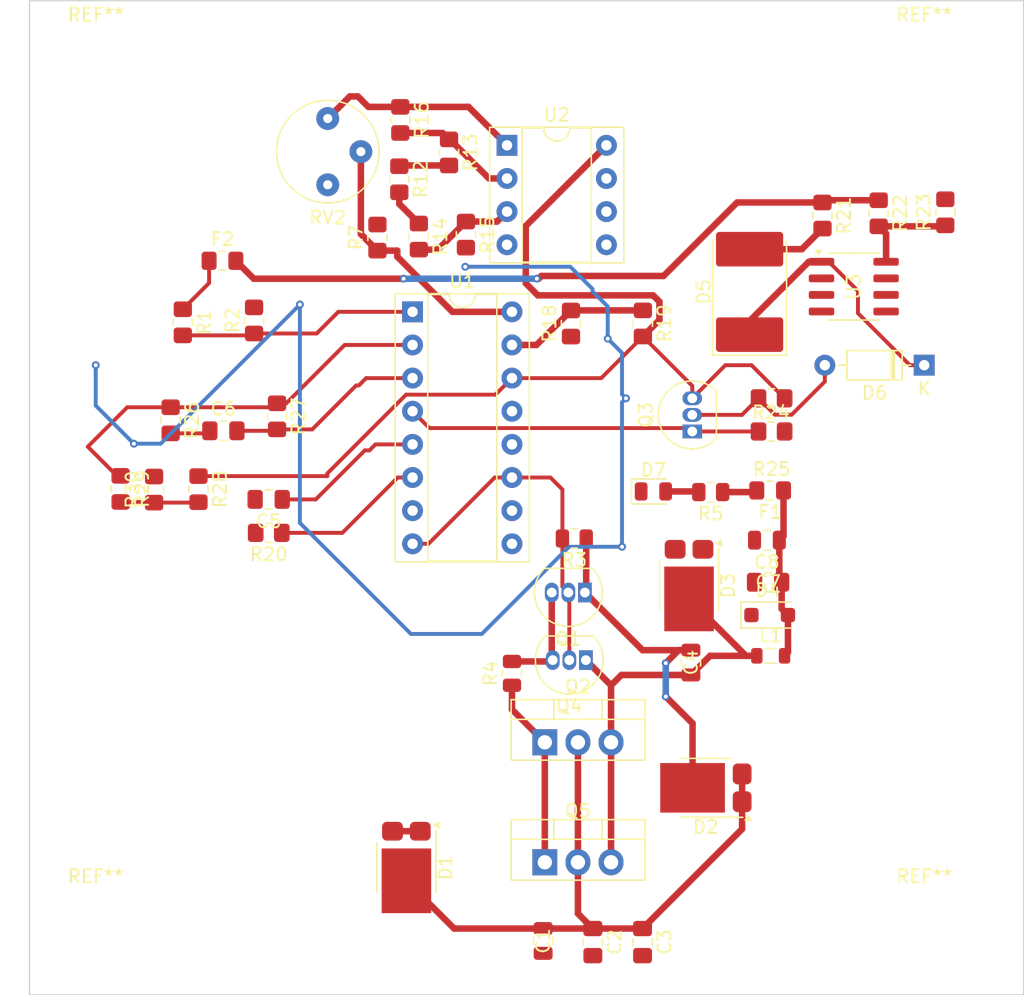
<source format=kicad_pcb>
(kicad_pcb (version 20240108) (generator "pcbnew") (generator_version "8.0")
  (title_block (company "Open Surgical Light Project - MIT Medical Device Design Spring 2024") (comment 1 "Drawn by: Edit author in Page Settings"))
  (layers (0 "F.Cu" signal) (31 "B.Cu" signal) (34 "B.Paste" user) (35 "F.Paste" user) (36 "B.SilkS" user "B.Silkscreen") (37 "F.SilkS" user "F.Silkscreen") (38 "B.Mask" user) (39 "F.Mask" user) (44 "Edge.Cuts" user))
  (property "AUTHOR" "Edit Name in Schematic setup -> Text Variables")
  (property "PROJECT_REVISION" "A01")
  (property "PROJECT_TITLE" "Template Project")
  (net 0 "")
  (net 1 "GND")
  (net 2 "Net-(D3-K)")
  (net 3 "Net-(D2-K)")
  (net 4 "Net-(D4-A2)")
  (net 5 "Net-(D1-K)")
  (net 6 "/battery_module_analog/CT")
  (net 7 "/battery_module_analog/FB")
  (net 8 "Net-(C6-Pad1)")
  (net 9 "BatteryModuleVin")
  (net 10 "Net-(D7-A)")
  (net 11 "Net-(D5-K)")
  (net 12 "Net-(D5-A)")
  (net 13 "Net-(D6-A)")
  (net 14 "VBattery")
  (net 15 "Net-(F2-Pad1)")
  (net 16 "BAT+")
  (net 17 "Net-(Q1-E)")
  (net 18 "Net-(Q2-G)")
  (net 19 "/battery_module_power/PWM Out")
  (net 20 "/battery_module_analog/VREF")
  (net 21 "/battery_module_analog/VPOut")
  (net 22 "/battery_module_analog/EA1+")
  (net 23 "/battery_module_analog/EA2+")
  (net 24 "BAT-")
  (net 25 "Net-(R12-Pad1)")
  (net 26 "Net-(U2A--)")
  (net 27 "Net-(U2A-+)")
  (net 28 "Net-(R16-Pad1)")
  (net 29 "/battery_module_analog/EA2-")
  (net 30 "/battery_module_analog/RT")
  (net 31 "Net-(U3-REF)")
  (net 32 "/battery_module_analog/EA1-")
  (net 33 "Net-(R28-Pad2)")
  (net 35 "/battery_module_analog/PWM Out")
  (net 36 "SOLAR+")
  (footprint "Inductor_SMD:L_0805_2012Metric" (layer "F.Cu") (at 183.812 101.0158)
    (property "Reference" "L1" (at 0 -1.55 0) (layer "F.SilkS"))
    (property "Value" "100uH 10.5A")
    (pad "1" smd roundrect (at -1.0625 0) (size 0.875 1.2) (layers "F.Cu" "F.Paste" "F.Mask") (net 2 "Net-(D3-K)"))
    (pad "2" smd roundrect (at 1.0625 0) (size 0.875 1.2) (layers "F.Cu" "F.Paste" "F.Mask") (net 4 "Net-(D4-A2)"))
  )
  (footprint "Package_TO_SOT_THT:TO-220-3_Vertical" (layer "F.Cu") (at 166.497 107.6452)
    (property "Reference" "Q2" (at 2.54 -4.27 0) (layer "F.SilkS"))
    (property "Value" "IRLZ44N")
    (pad "1" thru_hole rect (at 0 0) (size 1.905 2) (drill 1.1) (layers "*.Cu" "*.Mask") (net 18 "Net-(Q2-G)"))
    (pad "2" thru_hole oval (at 2.54 0) (size 1.905 2) (drill 1.1) (layers "*.Cu" "*.Mask") (net 5 "Net-(D1-K)"))
    (pad "3" thru_hole oval (at 5.08 0) (size 1.905 2) (drill 1.1) (layers "*.Cu" "*.Mask") (net 2 "Net-(D3-K)"))
  )
  (footprint "Fuse:Fuse_0805_2012Metric_Pad1.15x1.40mm_HandSolder" (layer "F.Cu") (at 141.7918 70.739)
    (property "Reference" "F2" (at 0 -1.65 0) (layer "F.SilkS"))
    (property "Value" "10A")
    (pad "1" smd roundrect (at -1.025 0) (size 1.15 1.4) (layers "F.Cu" "F.Paste" "F.Mask") (roundrect_rratio 0.217391) (net 15 "Net-(F2-Pad1)"))
    (pad "2" smd roundrect (at 1.025 0) (size 1.15 1.4) (layers "F.Cu" "F.Paste" "F.Mask") (roundrect_rratio 0.217391) (net 16 "BAT+"))
  )
  (footprint "Resistor_SMD:R_0805_2012Metric_Pad1.20x1.40mm_HandSolder" (layer "F.Cu") (at 183.88 81.28 180)
    (property "Reference" "R25" (at 0 -5.4346 180) (layer "F.SilkS"))
    (property "Value" "10K")
    (pad "1" smd roundrect (at -1 0 180) (size 1.2 1.4) (layers "F.Cu" "F.Paste" "F.Mask") (roundrect_rratio 0.208333) (net 20 "/battery_module_analog/VREF"))
    (pad "2" smd roundrect (at 1 0 180) (size 1.2 1.4) (layers "F.Cu" "F.Paste" "F.Mask") (roundrect_rratio 0.208333) (net 13 "Net-(D6-A)"))
  )
  (footprint "Resistor_SMD:R_0805_2012Metric_Pad1.20x1.40mm_HandSolder" (layer "F.Cu") (at 138.7528 75.454 -90)
    (property "Reference" "R1" (at 0 -1.65 90) (layer "F.SilkS"))
    (property "Value" "10K")
    (pad "1" smd roundrect (at -1 0 270) (size 1.2 1.4) (layers "F.Cu" "F.Paste" "F.Mask") (roundrect_rratio 0.208333) (net 15 "Net-(F2-Pad1)"))
    (pad "2" smd roundrect (at 1 0 270) (size 1.2 1.4) (layers "F.Cu" "F.Paste" "F.Mask") (roundrect_rratio 0.208333) (net 22 "/battery_module_analog/EA1+"))
  )
  (footprint "Resistor_SMD:R_0805_2012Metric_Pad1.20x1.40mm_HandSolder" (layer "F.Cu") (at 145.9738 82.661 -90)
    (property "Reference" "R27" (at 0 -1.65 90) (layer "F.SilkS"))
    (property "Value" "56k")
    (pad "1" smd roundrect (at -1 0 270) (size 1.2 1.4) (layers "F.Cu" "F.Paste" "F.Mask") (roundrect_rratio 0.208333) (net 32 "/battery_module_analog/EA1-"))
    (pad "2" smd roundrect (at 1 0 270) (size 1.2 1.4) (layers "F.Cu" "F.Paste" "F.Mask") (roundrect_rratio 0.208333) (net 7 "/battery_module_analog/FB"))
  )
  (footprint "MountingHole:MountingHole_3mm" (layer "F.Cu") (at 195.58 121.92)
    (property "Reference" "REF**" (at 0 -4 0) (layer "F.SilkS"))
    (property "Value" "MountingHole_3mm")
    (pad "" np_thru_hole circle (at 0 0) (size 3 3) (drill 3) (layers "*.Cu" "*.Mask"))
  )
  (footprint "Resistor_SMD:R_0805_2012Metric_Pad1.20x1.40mm_HandSolder" (layer "F.Cu") (at 153.67 68.96 90)
    (property "Reference" "R7" (at 0 -1.65 -90) (layer "F.SilkS"))
    (property "Value" "560R")
    (pad "1" smd roundrect (at -1 0 90) (size 1.2 1.4) (layers "F.Cu" "F.Paste" "F.Mask") (roundrect_rratio 0.208333) (net 23 "/battery_module_analog/EA2+"))
    (pad "2" smd roundrect (at 1 0 90) (size 1.2 1.4) (layers "F.Cu" "F.Paste" "F.Mask") (roundrect_rratio 0.208333) (net 1 "GND"))
  )
  (footprint "Package_TO_SOT_THT:TO-92_Inline" (layer "F.Cu") (at 169.6466 101.346 180)
    (property "Reference" "Q4" (at 1.27 -3.56 180) (layer "F.SilkS"))
    (property "Value" "BC327")
    (pad "1" thru_hole rect (at 0 0 180) (size 1.05 1.5) (drill 0.75) (layers "*.Cu" "*.Mask") (net 2 "Net-(D3-K)"))
    (pad "2" thru_hole oval (at 1.27 0 180) (size 1.05 1.5) (drill 0.75) (layers "*.Cu" "*.Mask") (net 19 "/battery_module_power/PWM Out"))
    (pad "3" thru_hole oval (at 2.54 0 180) (size 1.05 1.5) (drill 0.75) (layers "*.Cu" "*.Mask") (net 17 "Net-(Q1-E)"))
  )
  (footprint "Capacitor_SMD:C_0805_2012Metric_Pad1.18x1.45mm_HandSolder" (layer "F.Cu") (at 141.8629 83.7692)
    (property "Reference" "C6" (at 0 -1.68 0) (layer "F.SilkS"))
    (property "Value" "100nF")
    (pad "1" smd roundrect (at -1.0375 0) (size 1.175 1.45) (layers "F.Cu" "F.Paste" "F.Mask") (roundrect_rratio 0.212766) (net 8 "Net-(C6-Pad1)"))
    (pad "2" smd roundrect (at 1.0375 0) (size 1.175 1.45) (layers "F.Cu" "F.Paste" "F.Mask") (roundrect_rratio 0.212766) (net 7 "/battery_module_analog/FB"))
  )
  (footprint "MountingHole:MountingHole_3mm" (layer "F.Cu") (at 132.08 121.92)
    (property "Reference" "REF**" (at 0 -4 0) (layer "F.SilkS"))
    (property "Value" "MountingHole_3mm")
    (pad "" np_thru_hole circle (at 0 0) (size 3 3) (drill 3) (layers "*.Cu" "*.Mask"))
  )
  (footprint "Package_TO_SOT_SMD:Nexperia_CFP15_SOT-1289" (layer "F.Cu") (at 178.8432 111.1352 180)
    (property "Reference" "D2" (at 0 -3 180) (layer "F.SilkS"))
    (property "Value" "PMEG045V150EPD")
    (pad "1" smd roundrect (at -2.78 -1.065) (size 1.44 1.6) (layers "F.Cu" "F.Paste" "F.Mask") (net 5 "Net-(D1-K)"))
    (pad "2" smd roundrect (at -2.78 1.065) (size 1.44 1.6) (layers "F.Cu" "F.Paste" "F.Mask") (net 5 "Net-(D1-K)"))
    (pad "3" smd rect (at 1.02 0) (size 4.96 3.8) (layers "F.Cu" "F.Mask") (net 3 "Net-(D2-K)"))
  )
  (footprint "Resistor_SMD:R_0805_2012Metric_Pad1.20x1.40mm_HandSolder" (layer "F.Cu") (at 136.5504 88.2744 90)
    (property "Reference" "R30" (at 0 -1.65 -90) (layer "F.SilkS"))
    (property "Value" "10K")
    (pad "1" smd roundrect (at -1 0 90) (size 1.2 1.4) (layers "F.Cu" "F.Paste" "F.Mask") (roundrect_rratio 0.208333) (net 33 "Net-(R28-Pad2)"))
    (pad "2" smd roundrect (at 1 0 90) (size 1.2 1.4) (layers "F.Cu" "F.Paste" "F.Mask") (roundrect_rratio 0.208333) (net 1 "GND"))
  )
  (footprint "Fuse:Fuse_0805_2012Metric_Pad1.15x1.40mm_HandSolder" (layer "F.Cu") (at 183.7702 88.3412 180)
    (property "Reference" "F1" (at 0 -1.65 180) (layer "F.SilkS"))
    (property "Value" "12A")
    (pad "1" smd roundrect (at -1.025 0 180) (size 1.15 1.4) (layers "F.Cu" "F.Paste" "F.Mask") (roundrect_rratio 0.217391) (net 4 "Net-(D4-A2)"))
    (pad "2" smd roundrect (at 1.025 0 180) (size 1.15 1.4) (layers "F.Cu" "F.Paste" "F.Mask") (roundrect_rratio 0.217391) (net 14 "VBattery"))
  )
  (footprint "Resistor_SMD:R_0805_2012Metric" (layer "F.Cu") (at 163.9824 102.3601 90)
    (property "Reference" "R4" (at 0 -1.65 -90) (layer "F.SilkS"))
    (property "Value" "5")
    (pad "1" smd roundrect (at -0.9125 0 90) (size 1.025 1.4) (layers "F.Cu" "F.Paste" "F.Mask") (roundrect_rratio 0.243902) (net 18 "Net-(Q2-G)"))
    (pad "2" smd roundrect (at 0.9125 0 90) (size 1.025 1.4) (layers "F.Cu" "F.Paste" "F.Mask") (roundrect_rratio 0.243902) (net 17 "Net-(Q1-E)"))
  )
  (footprint "Package_TO_SOT_THT:TO-220-3_Vertical" (layer "F.Cu") (at 166.497 116.84)
    (property "Reference" "Q5" (at 2.54 -3.937 0) (layer "F.SilkS"))
    (property "Value" "IRLZ44N")
    (pad "1" thru_hole rect (at 0 0) (size 1.905 2) (drill 1.1) (layers "*.Cu" "*.Mask") (net 18 "Net-(Q2-G)"))
    (pad "2" thru_hole oval (at 2.54 0) (size 1.905 2) (drill 1.1) (layers "*.Cu" "*.Mask") (net 5 "Net-(D1-K)"))
    (pad "3" thru_hole oval (at 5.08 0) (size 1.905 2) (drill 1.1) (layers "*.Cu" "*.Mask") (net 2 "Net-(D3-K)"))
  )
  (footprint "Resistor_SMD:R_0805_2012Metric_Pad1.20x1.40mm_HandSolder" (layer "F.Cu") (at 139.954 88.2424 -90)
    (property "Reference" "R28" (at 0 -1.65 90) (layer "F.SilkS"))
    (property "Value" "10K")
    (pad "1" smd roundrect (at -1 0 270) (size 1.2 1.4) (layers "F.Cu" "F.Paste" "F.Mask") (roundrect_rratio 0.208333) (net 20 "/battery_module_analog/VREF"))
    (pad "2" smd roundrect (at 1 0 270) (size 1.2 1.4) (layers "F.Cu" "F.Paste" "F.Mask") (roundrect_rratio 0.208333) (net 33 "Net-(R28-Pad2)"))
  )
  (footprint "Diode_SMD:D_3220_8050Metric_Pad2.65x5.15mm_HandSolder" (layer "F.Cu") (at 182.1942 73.125 90)
    (property "Reference" "D5" (at 0 -3.52 -90) (layer "F.SilkS"))
    (property "Value" "LED")
    (pad "1" smd roundrect (at -3.275 0 90) (size 2.65 5.15) (layers "F.Cu" "F.Paste" "F.Mask") (roundrect_rratio 0.09434) (net 11 "Net-(D5-K)"))
    (pad "2" smd roundrect (at 3.275 0 90) (size 2.65 5.15) (layers "F.Cu" "F.Paste" "F.Mask") (roundrect_rratio 0.09434) (net 12 "Net-(D5-A)"))
  )
  (footprint "Resistor_SMD:R_0805_2012Metric_Pad1.20x1.40mm_HandSolder" (layer "F.Cu") (at 144.2138 75.311 90)
    (property "Reference" "R2" (at 0 -1.65 -90) (layer "F.SilkS"))
    (property "Value" "2.2K")
    (pad "1" smd roundrect (at -1 0 90) (size 1.2 1.4) (layers "F.Cu" "F.Paste" "F.Mask") (roundrect_rratio 0.208333) (net 22 "/battery_module_analog/EA1+"))
    (pad "2" smd roundrect (at 1 0 90) (size 1.2 1.4) (layers "F.Cu" "F.Paste" "F.Mask") (roundrect_rratio 0.208333) (net 1 "GND"))
  )
  (footprint "Resistor_SMD:R_0805_2012Metric" (layer "F.Cu") (at 179.2146 88.4682 180)
    (property "Reference" "R5" (at 0 -1.65 180) (layer "F.SilkS"))
    (property "Value" "1K")
    (pad "1" smd roundrect (at -0.9125 0 180) (size 1.025 1.4) (layers "F.Cu" "F.Paste" "F.Mask") (roundrect_rratio 0.243902) (net 14 "VBattery"))
    (pad "2" smd roundrect (at 0.9125 0 180) (size 1.025 1.4) (layers "F.Cu" "F.Paste" "F.Mask") (roundrect_rratio 0.243902) (net 10 "Net-(D7-A)"))
  )
  (footprint "Potentiometer_THT:Potentiometer_Bourns_3339P_Vertical_HandSoldering" (layer "F.Cu") (at 149.86 59.832 180)
    (property "Reference" "RV2" (at 0 -7.6 180) (layer "F.SilkS"))
    (property "Value" "10K")
    (pad "1" thru_hole circle (at 0 0 180) (size 1.75 1.75) (drill 0.7) (layers "*.Cu" "*.Mask") (net 28 "Net-(R16-Pad1)"))
    (pad "2" thru_hole circle (at -2.54 -2.54 180) (size 1.75 1.75) (drill 0.7) (layers "*.Cu" "*.Mask") (net 23 "/battery_module_analog/EA2+"))
    (pad "3" thru_hole circle (at 0 -5.08 180) (size 1.75 1.75) (drill 0.7) (layers "*.Cu" "*.Mask"))
  )
  (footprint "Resistor_SMD:R_0805_2012Metric_Pad1.20x1.40mm_HandSolder" (layer "F.Cu") (at 155.3464 64.4896 -90)
    (property "Reference" "R12" (at 0 -1.65 90) (layer "F.SilkS"))
    (property "Value" "0R1")
    (pad "1" smd roundrect (at -1 0 270) (size 1.2 1.4) (layers "F.Cu" "F.Paste" "F.Mask") (roundrect_rratio 0.208333) (net 25 "Net-(R12-Pad1)"))
    (pad "2" smd roundrect (at 1 0 270) (size 1.2 1.4) (layers "F.Cu" "F.Paste" "F.Mask") (roundrect_rratio 0.208333) (net 24 "BAT-"))
  )
  (footprint "Resistor_SMD:R_0805_2012Metric_Pad1.20x1.40mm_HandSolder" (layer "F.Cu") (at 192.0908 67.0986 -90)
    (property "Reference" "R22" (at 0 -1.65 90) (layer "F.SilkS"))
    (property "Value" "10K")
    (pad "1" smd roundrect (at -1 0 270) (size 1.2 1.4) (layers "F.Cu" "F.Paste" "F.Mask") (roundrect_rratio 0.208333) (net 16 "BAT+"))
    (pad "2" smd roundrect (at 1 0 270) (size 1.2 1.4) (layers "F.Cu" "F.Paste" "F.Mask") (roundrect_rratio 0.208333) (net 31 "Net-(U3-REF)"))
  )
  (footprint "Resistor_SMD:R_0805_2012Metric_Pad1.20x1.40mm_HandSolder" (layer "F.Cu") (at 137.8204 82.9658 -90)
    (property "Reference" "R26" (at 0 -1.65 90) (layer "F.SilkS"))
    (property "Value" "47K")
    (pad "1" smd roundrect (at -1 0 270) (size 1.2 1.4) (layers "F.Cu" "F.Paste" "F.Mask") (roundrect_rratio 0.208333) (net 32 "/battery_module_analog/EA1-"))
    (pad "2" smd roundrect (at 1 0 270) (size 1.2 1.4) (layers "F.Cu" "F.Paste" "F.Mask") (roundrect_rratio 0.208333) (net 8 "Net-(C6-Pad1)"))
  )
  (footprint "Resistor_SMD:R_0805_2012Metric_Pad1.20x1.40mm_HandSolder" (layer "F.Cu") (at 168.5036 75.5462 90)
    (property "Reference" "R18" (at 0 -1.65 -90) (layer "F.SilkS"))
    (property "Value" "10K")
    (pad "1" smd roundrect (at -1 0 90) (size 1.2 1.4) (layers "F.Cu" "F.Paste" "F.Mask") (roundrect_rratio 0.208333) (net 1 "GND"))
    (pad "2" smd roundrect (at 1 0 90) (size 1.2 1.4) (layers "F.Cu" "F.Paste" "F.Mask") (roundrect_rratio 0.208333) (net 29 "/battery_module_analog/EA2-"))
  )
  (footprint "Package_DIP:DIP-16_W7.62mm_Socket" (layer "F.Cu") (at 156.3624 74.6506)
    (property "Reference" "U1" (at 3.81 -2.33 0) (layer "F.SilkS"))
    (property "Value" "TL494")
    (pad "1" thru_hole rect (at 0 0) (size 1.6 1.6) (drill 0.8) (layers "*.Cu" "*.Mask") (net 22 "/battery_module_analog/EA1+"))
    (pad "2" thru_hole oval (at 0 2.54) (size 1.6 1.6) (drill 0.8) (layers "*.Cu" "*.Mask") (net 32 "/battery_module_analog/EA1-"))
    (pad "3" thru_hole oval (at 0 5.08) (size 1.6 1.6) (drill 0.8) (layers "*.Cu" "*.Mask") (net 7 "/battery_module_analog/FB"))
    (pad "4" thru_hole oval (at 0 7.62) (size 1.6 1.6) (drill 0.8) (layers "*.Cu" "*.Mask") (net 21 "/battery_module_analog/VPOut"))
    (pad "5" thru_hole oval (at 0 10.16) (size 1.6 1.6) (drill 0.8) (layers "*.Cu" "*.Mask") (net 6 "/battery_module_analog/CT"))
    (pad "6" thru_hole oval (at 0 12.7) (size 1.6 1.6) (drill 0.8) (layers "*.Cu" "*.Mask") (net 30 "/battery_module_analog/RT"))
    (pad "7" thru_hole oval (at 0 15.24) (size 1.6 1.6) (drill 0.8) (layers "*.Cu" "*.Mask") (net 1 "GND"))
    (pad "8" thru_hole oval (at 0 17.78) (size 1.6 1.6) (drill 0.8) (layers "*.Cu" "*.Mask") (net 35 "/battery_module_analog/PWM Out"))
    (pad "9" thru_hole oval (at 7.62 17.78) (size 1.6 1.6) (drill 0.8) (layers "*.Cu" "*.Mask") (net 1 "GND"))
    (pad "10" thru_hole oval (at 7.62 15.24) (size 1.6 1.6) (drill 0.8) (layers "*.Cu" "*.Mask") (net 1 "GND"))
    (pad "11" thru_hole oval (at 7.62 12.7) (size 1.6 1.6) (drill 0.8) (layers "*.Cu" "*.Mask") (net 35 "/battery_module_analog/PWM Out"))
    (pad "12" thru_hole oval (at 7.62 10.16) (size 1.6 1.6) (drill 0.8) (layers "*.Cu" "*.Mask") (net 36 "SOLAR+"))
    (pad "13" thru_hole oval (at 7.62 7.62) (size 1.6 1.6) (drill 0.8) (layers "*.Cu" "*.Mask") (net 1 "GND"))
    (pad "14" thru_hole oval (at 7.62 5.08) (size 1.6 1.6) (drill 0.8) (layers "*.Cu" "*.Mask") (net 20 "/battery_module_analog/VREF"))
    (pad "15" thru_hole oval (at 7.62 2.54) (size 1.6 1.6) (drill 0.8) (layers "*.Cu" "*.Mask") (net 29 "/battery_module_analog/EA2-"))
    (pad "16" thru_hole oval (at 7.62 0) (size 1.6 1.6) (drill 0.8) (layers "*.Cu" "*.Mask") (net 23 "/battery_module_analog/EA2+"))
  )
  (footprint "Resistor_SMD:R_0805_2012Metric_Pad1.20x1.40mm_HandSolder" (layer "F.Cu") (at 197.1962 67.0224 90)
    (property "Reference" "R23" (at 0 -1.65 -90) (layer "F.SilkS"))
    (property "Value" "2K")
    (pad "1" smd roundrect (at -1 0 90) (size 1.2 1.4) (layers "F.Cu" "F.Paste" "F.Mask") (roundrect_rratio 0.208333) (net 31 "Net-(U3-REF)"))
    (pad "2" smd roundrect (at 1 0 90) (size 1.2 1.4) (layers "F.Cu" "F.Paste" "F.Mask") (roundrect_rratio 0.208333) (net 1 "GND"))
  )
  (footprint "Package_TO_SOT_SMD:Nexperia_CFP15_SOT-1289" (layer "F.Cu") (at 177.5534 95.6328 -90)
    (property "Reference" "D3" (at 0 -3 90) (layer "F.SilkS"))
    (property "Value" "PMEG045V150EPD")
    (pad "1" smd roundrect (at -2.78 -1.065 90) (size 1.44 1.6) (layers "F.Cu" "F.Paste" "F.Mask") (net 1 "GND"))
    (pad "2" smd roundrect (at -2.78 1.065 90) (size 1.44 1.6) (layers "F.Cu" "F.Paste" "F.Mask") (net 1 "GND"))
    (pad "3" smd rect (at 1.02 0 90) (size 4.96 3.8) (layers "F.Cu" "F.Mask") (net 2 "Net-(D3-K)"))
  )
  (footprint "Package_TO_SOT_SMD:Nexperia_CFP15_SOT-1289" (layer "F.Cu") (at 155.89 117.24 -90)
    (property "Reference" "D1" (at 0 -3 90) (layer "F.SilkS"))
    (property "Value" "PMEG045V150EPD")
    (pad "1" smd roundrect (at -2.78 -1.065 90) (size 1.44 1.6) (layers "F.Cu" "F.Paste" "F.Mask") (net 9 "BatteryModuleVin"))
    (pad "2" smd roundrect (at -2.78 1.065 90) (size 1.44 1.6) (layers "F.Cu" "F.Paste" "F.Mask") (net 9 "BatteryModuleVin"))
    (pad "3" smd rect (at 1.02 0 90) (size 4.96 3.8) (layers "F.Cu" "F.Mask") (net 5 "Net-(D1-K)"))
  )
  (footprint "Capacitor_SMD:C_0805_2012Metric_Pad1.18x1.45mm_HandSolder" (layer "F.Cu") (at 173.99 122.9575 -90)
    (property "Reference" "C3" (at 0 -1.68 90) (layer "F.SilkS"))
    (property "Value" "470uF")
    (pad "1" smd roundrect (at -1.0375 0 270) (size 1.175 1.45) (layers "F.Cu" "F.Paste" "F.Mask") (roundrect_rratio 0.212766) (net 5 "Net-(D1-K)"))
    (pad "2" smd roundrect (at 1.0375 0 270) (size 1.175 1.45) (layers "F.Cu" "F.Paste" "F.Mask") (roundrect_rratio 0.212766) (net 1 "GND"))
  )
  (footprint "MountingHole:MountingHole_3mm" (layer "F.Cu") (at 195.58 55.88)
    (property "Reference" "REF**" (at 0 -4 0) (layer "F.SilkS"))
    (property "Value" "MountingHole_3mm")
    (pad "" np_thru_hole circle (at 0 0) (size 3 3) (drill 3) (layers "*.Cu" "*.Mask"))
  )
  (footprint "Package_TO_SOT_THT:TO-92_Inline" (layer "F.Cu") (at 169.5704 96.1644 180)
    (property "Reference" "Q1" (at 1.27 -3.56 180) (layer "F.SilkS"))
    (property "Value" "BC337")
    (pad "1" thru_hole rect (at 0 0 180) (size 1.05 1.5) (drill 0.75) (layers "*.Cu" "*.Mask") (net 3 "Net-(D2-K)"))
    (pad "2" thru_hole oval (at 1.27 0 180) (size 1.05 1.5) (drill 0.75) (layers "*.Cu" "*.Mask") (net 19 "/battery_module_power/PWM Out"))
    (pad "3" thru_hole oval (at 2.54 0 180) (size 1.05 1.5) (drill 0.75) (layers "*.Cu" "*.Mask") (net 17 "Net-(Q1-E)"))
  )
  (footprint "Resistor_SMD:R_0805_2012Metric_Pad1.20x1.40mm_HandSolder" (layer "F.Cu") (at 160.4518 68.7314 -90)
    (property "Reference" "R15" (at 0 -1.65 90) (layer "F.SilkS"))
    (property "Value" "47K")
    (pad "1" smd roundrect (at -1 0 270) (size 1.2 1.4) (layers "F.Cu" "F.Paste" "F.Mask") (roundrect_rratio 0.208333) (net 27 "Net-(U2A-+)"))
    (pad "2" smd roundrect (at 1 0 270) (size 1.2 1.4) (layers "F.Cu" "F.Paste" "F.Mask") (roundrect_rratio 0.208333) (net 1 "GND"))
  )
  (footprint "Package_TO_SOT_THT:TO-92_Inline" (layer "F.Cu") (at 177.8 83.82 90)
    (property "Reference" "Q3" (at 1.27 -3.56 -90) (layer "F.SilkS"))
    (property "Value" "BC557")
    (pad "1" thru_hole rect (at 0 0 90) (size 1.05 1.5) (drill 0.75) (layers "*.Cu" "*.Mask") (net 21 "/battery_module_analog/VPOut"))
    (pad "2" thru_hole oval (at 1.27 0 90) (size 1.05 1.5) (drill 0.75) (layers "*.Cu" "*.Mask") (net 13 "Net-(D6-A)"))
    (pad "3" thru_hole oval (at 2.54 0 90) (size 1.05 1.5) (drill 0.75) (layers "*.Cu" "*.Mask") (net 20 "/battery_module_analog/VREF"))
  )
  (footprint "LED_SMD:LED_0805_2012Metric" (layer "F.Cu") (at 174.8204 88.4174)
    (property "Reference" "D7" (at 0 -1.65 0) (layer "F.SilkS"))
    (property "Value" "LED Green")
    (pad "1" smd roundrect (at -0.9375 0) (size 0.975 1.4) (layers "F.Cu" "F.Paste" "F.Mask") (net 1 "GND"))
    (pad "2" smd roundrect (at 0.9375 0) (size 0.975 1.4) (layers "F.Cu" "F.Paste" "F.Mask") (net 10 "Net-(D7-A)"))
  )
  (footprint "Resistor_SMD:R_0805_2012Metric" (layer "F.Cu") (at 168.7595 92.0242 180)
    (property "Reference" "R3" (at 0 -1.65 180) (layer "F.SilkS"))
    (property "Value" "2k2")
    (pad "1" smd roundrect (at -0.9125 0 180) (size 1.025 1.4) (layers "F.Cu" "F.Paste" "F.Mask") (roundrect_rratio 0.243902) (net 3 "Net-(D2-K)"))
    (pad "2" smd roundrect (at 0.9125 0 180) (size 1.025 1.4) (layers "F.Cu" "F.Paste" "F.Mask") (roundrect_rratio 0.243902) (net 19 "/battery_module_power/PWM Out"))
  )
  (footprint "Capacitor_SMD:C_0805_2012Metric_Pad1.18x1.45mm_HandSolder" (layer "F.Cu") (at 183.6127 95.377 180)
    (property "Reference" "C7" (at 0 0 180) (layer "F.SilkS"))
    (property "Value" "22uF")
    (pad "1" smd roundrect (at -1.0375 0 180) (size 1.175 1.45) (layers "F.Cu" "F.Paste" "F.Mask") (roundrect_rratio 0.212766) (net 4 "Net-(D4-A2)"))
    (pad "2" smd roundrect (at 1.0375 0 180) (size 1.175 1.45) (layers "F.Cu" "F.Paste" "F.Mask") (roundrect_rratio 0.212766) (net 1 "GND"))
  )
  (footprint "Package_SO:SOIC-8_3.9x4.9mm_P1.27mm" (layer "F.Cu") (at 190.181 72.7202)
    (property "Reference" "U3" (at 0 0 90) (layer "F.SilkS"))
    (property "Value" "TL431D")
    (pad "1" smd roundrect (at -2.475 -1.905) (size 1.95 0.6) (layers "F.Cu" "F.Paste" "F.Mask") (net 11 "Net-(D5-K)"))
    (pad "2" smd roundrect (at -2.475 -0.635) (size 1.95 0.6) (layers "F.Cu" "F.Paste" "F.Mask") (net 1 "GND"))
    (pad "3" smd roundrect (at -2.475 0.635) (size 1.95 0.6) (layers "F.Cu" "F.Paste" "F.Mask") (net 1 "GND"))
    (pad "4" smd roundrect (at -2.475 1.905) (size 1.95 0.6) (layers "F.Cu" "F.Paste" "F.Mask"))
    (pad "5" smd roundrect (at 2.475 1.905) (size 1.95 0.6) (layers "F.Cu" "F.Paste" "F.Mask"))
    (pad "6" smd roundrect (at 2.475 0.635) (size 1.95 0.6) (layers "F.Cu" "F.Paste" "F.Mask") (net 1 "GND"))
    (pad "7" smd roundrect (at 2.475 -0.635) (size 1.95 0.6) (layers "F.Cu" "F.Paste" "F.Mask") (net 1 "GND"))
    (pad "8" smd roundrect (at 2.475 -1.905) (size 1.95 0.6) (layers "F.Cu" "F.Paste" "F.Mask") (net 31 "Net-(U3-REF)"))
  )
  (footprint "Package_DIP:DIP-8_W7.62mm_Socket" (layer "F.Cu") (at 163.6014 61.8894)
    (property "Reference" "U2" (at 3.81 -2.33 0) (layer "F.SilkS"))
    (property "Value" "LM358")
    (pad "1" thru_hole rect (at 0 0) (size 1.6 1.6) (drill 0.8) (layers "*.Cu" "*.Mask") (net 28 "Net-(R16-Pad1)"))
    (pad "2" thru_hole oval (at 0 2.54) (size 1.6 1.6) (drill 0.8) (layers "*.Cu" "*.Mask") (net 26 "Net-(U2A--)"))
    (pad "3" thru_hole oval (at 0 5.08) (size 1.6 1.6) (drill 0.8) (layers "*.Cu" "*.Mask") (net 27 "Net-(U2A-+)"))
    (pad "4" thru_hole oval (at 0 7.62) (size 1.6 1.6) (drill 0.8) (layers "*.Cu" "*.Mask") (net 1 "GND"))
    (pad "5" thru_hole oval (at 7.62 7.62) (size 1.6 1.6) (drill 0.8) (layers "*.Cu" "*.Mask"))
    (pad "6" thru_hole oval (at 7.62 5.08) (size 1.6 1.6) (drill 0.8) (layers "*.Cu" "*.Mask"))
    (pad "7" thru_hole oval (at 7.62 2.54) (size 1.6 1.6) (drill 0.8) (layers "*.Cu" "*.Mask"))
    (pad "8" thru_hole oval (at 7.62 0) (size 1.6 1.6) (drill 0.8) (layers "*.Cu" "*.Mask") (net 20 "/battery_module_analog/VREF"))
  )
  (footprint "Capacitor_SMD:C_0805_2012Metric_Pad1.18x1.45mm_HandSolder" (layer "F.Cu") (at 170.18 122.9575 -90)
    (property "Reference" "C2" (at 0 -1.68 90) (layer "F.SilkS"))
    (property "Value" "470uF")
    (pad "1" smd roundrect (at -1.0375 0 270) (size 1.175 1.45) (layers "F.Cu" "F.Paste" "F.Mask") (roundrect_rratio 0.212766) (net 5 "Net-(D1-K)"))
    (pad "2" smd roundrect (at 1.0375 0 270) (size 1.175 1.45) (layers "F.Cu" "F.Paste" "F.Mask") (roundrect_rratio 0.212766) (net 1 "GND"))
  )
  (footprint "Resistor_SMD:R_0805_2012Metric_Pad1.20x1.40mm_HandSolder" (layer "F.Cu") (at 155.4226 59.943 -90)
    (property "Reference" "R16" (at 0 -1.65 90) (layer "F.SilkS"))
    (property "Value" "47K")
    (pad "1" smd roundrect (at -1 0 270) (size 1.2 1.4) (layers "F.Cu" "F.Paste" "F.Mask") (roundrect_rratio 0.208333) (net 28 "Net-(R16-Pad1)"))
    (pad "2" smd roundrect (at 1 0 270) (size 1.2 1.4) (layers "F.Cu" "F.Paste" "F.Mask") (roundrect_rratio 0.208333) (net 26 "Net-(U2A--)"))
  )
  (footprint "Resistor_SMD:R_0805_2012Metric_Pad1.20x1.40mm_HandSolder" (layer "F.Cu") (at 133.985 88.2236 -90)
    (property "Reference" "R29" (at 0 -1.65 90) (layer "F.SilkS"))
    (property "Value" "1K")
    (pad "1" smd roundrect (at -1 0 270) (size 1.2 1.4) (layers "F.Cu" "F.Paste" "F.Mask") (roundrect_rratio 0.208333) (net 32 "/battery_module_analog/EA1-"))
    (pad "2" smd roundrect (at 1 0 270) (size 1.2 1.4) (layers "F.Cu" "F.Paste" "F.Mask") (roundrect_rratio 0.208333) (net 33 "Net-(R28-Pad2)"))
  )
  (footprint "Resistor_SMD:R_0805_2012Metric_Pad1.20x1.40mm_HandSolder" (layer "F.Cu") (at 183.88 83.82)
    (property "Reference" "R24" (at -0.0416 -1.4478 0) (layer "F.SilkS"))
    (property "Value" "2K2")
    (pad "1" smd roundrect (at -1 0) (size 1.2 1.4) (layers "F.Cu" "F.Paste" "F.Mask") (roundrect_rratio 0.208333) (net 21 "/battery_module_analog/VPOut"))
    (pad "2" smd roundrect (at 1 0) (size 1.2 1.4) (layers "F.Cu" "F.Paste" "F.Mask") (roundrect_rratio 0.208333) (net 1 "GND"))
  )
  (footprint "Capacitor_SMD:C_0805_2012Metric_Pad1.18x1.45mm_HandSolder" (layer "F.Cu") (at 145.3349 89.027 180)
    (property "Reference" "C5" (at 0 -1.68 180) (layer "F.SilkS"))
    (property "Value" "1nF")
    (pad "1" smd roundrect (at -1.0375 0 180) (size 1.175 1.45) (layers "F.Cu" "F.Paste" "F.Mask") (roundrect_rratio 0.212766) (net 6 "/battery_module_analog/CT"))
    (pad "2" smd roundrect (at 1.0375 0 180) (size 1.175 1.45) (layers "F.Cu" "F.Paste" "F.Mask") (roundrect_rratio 0.212766) (net 1 "GND"))
  )
  (footprint "Resistor_SMD:R_0805_2012Metric_Pad1.20x1.40mm_HandSolder" (layer "F.Cu") (at 156.845 68.8838 -90)
    (property "Reference" "R14" (at 0 -1.65 90) (layer "F.SilkS"))
    (property "Value" "2K")
    (pad "1" smd roundrect (at -1 0 270) (size 1.2 1.4) (layers "F.Cu" "F.Paste" "F.Mask") (roundrect_rratio 0.208333) (net 24 "BAT-"))
    (pad "2" smd roundrect (at 1 0 270) (size 1.2 1.4) (layers "F.Cu" "F.Paste" "F.Mask") (roundrect_rratio 0.208333) (net 27 "Net-(U2A-+)"))
  )
  (footprint "Resistor_SMD:R_0805_2012Metric_Pad1.20x1.40mm_HandSolder" (layer "F.Cu") (at 145.3388 91.5924 180)
    (property "Reference" "R20" (at 0 -1.65 180) (layer "F.SilkS"))
    (property "Value" "39K")
    (pad "1" smd roundrect (at -1 0 180) (size 1.2 1.4) (layers "F.Cu" "F.Paste" "F.Mask") (roundrect_rratio 0.208333) (net 30 "/battery_module_analog/RT"))
    (pad "2" smd roundrect (at 1 0 180) (size 1.2 1.4) (layers "F.Cu" "F.Paste" "F.Mask") (roundrect_rratio 0.208333) (net 1 "GND"))
  )
  (footprint "Capacitor_SMD:C_0805_2012Metric" (layer "F.Cu") (at 177.6984 101.534 -90)
    (property "Reference" "C4" (at 0 0 90) (layer "F.SilkS"))
    (property "Value" "0.1uF")
    (pad "1" smd roundrect (at -0.95 0 270) (size 1 1.45) (layers "F.Cu" "F.Paste" "F.Mask") (net 3 "Net-(D2-K)"))
    (pad "2" smd roundrect (at 0.95 0 270) (size 1 1.45) (layers "F.Cu" "F.Paste" "F.Mask") (net 2 "Net-(D3-K)"))
  )
  (footprint "Capacitor_SMD:C_0805_2012Metric" (layer "F.Cu") (at 183.5224 92.1512 180)
    (property "Reference" "C8" (at 0 -1.68 180) (layer "F.SilkS"))
    (property "Value" "0.1uF")
    (pad "1" smd roundrect (at -0.95 0 180) (size 1 1.45) (layers "F.Cu" "F.Paste" "F.Mask") (net 4 "Net-(D4-A2)"))
    (pad "2" smd roundrect (at 0.95 0 180) (size 1 1.45) (layers "F.Cu" "F.Paste" "F.Mask") (net 1 "GND"))
  )
  (footprint "Resistor_SMD:R_0805_2012Metric_Pad1.20x1.40mm_HandSolder" (layer "F.Cu") (at 159.1564 62.4322 -90)
    (property "Reference" "R13" (at 0 -1.65 90) (layer "F.SilkS"))
    (property "Value" "2K")
    (pad "1" smd roundrect (at -1 0 270) (size 1.2 1.4) (layers "F.Cu" "F.Paste" "F.Mask") (roundrect_rratio 0.208333) (net 26 "Net-(U2A--)"))
    (pad "2" smd roundrect (at 1 0 270) (size 1.2 1.4) (layers "F.Cu" "F.Paste" "F.Mask") (roundrect_rratio 0.208333) (net 25 "Net-(R12-Pad1)"))
  )
  (footprint "Capacitor_SMD:C_0805_2012Metric" (layer "F.Cu") (at 166.37 122.87 -90)
    (property "Reference" "C1" (at 0 0 90) (layer "F.SilkS"))
    (property "Value" "0.1uF")
    (pad "1" smd roundrect (at -0.95 0 270) (size 1 1.45) (layers "F.Cu" "F.Paste" "F.Mask") (net 5 "Net-(D1-K)"))
    (pad "2" smd roundrect (at 0.95 0 270) (size 1 1.45) (layers "F.Cu" "F.Paste" "F.Mask") (net 1 "GND"))
  )
  (footprint "Resistor_SMD:R_0805_2012Metric_Pad1.20x1.40mm_HandSolder" (layer "F.Cu") (at 174.0154 75.5396 -90)
    (property "Reference" "R19" (at 0 -1.65 90) (layer "F.SilkS"))
    (property "Value" "10K")
    (pad "1" smd roundrect (at -1 0 270) (size 1.2 1.4) (layers "F.Cu" "F.Paste" "F.Mask") (roundrect_rratio 0.208333) (net 29 "/battery_module_analog/EA2-"))
    (pad "2" smd roundrect (at 1 0 270) (size 1.2 1.4) (layers "F.Cu" "F.Paste" "F.Mask") (roundrect_rratio 0.208333) (net 20 "/battery_module_analog/VREF"))
  )
  (footprint "Diode_SMD:D_SOD-123F" (layer "F.Cu") (at 183.7358 97.8916)
    (property "Reference" "D4" (at -0.127 -1.905 0) (layer "F.SilkS"))
    (property "Value" "SZSMF4L15CAT3G")
    (pad "1" smd roundrect (at -1.4 0) (size 1.1 1.1) (layers "F.Cu" "F.Paste" "F.Mask") (roundrect_rratio 0.2272727273) (net 1 "GND"))
    (pad "2" smd roundrect (at 1.4 0) (size 1.1 1.1) (layers "F.Cu" "F.Paste" "F.Mask") (roundrect_rratio 0.2272727273) (net 4 "Net-(D4-A2)"))
  )
  (footprint "Diode_THT:D_DO-35_SOD27_P7.62mm_Horizontal" (layer "F.Cu") (at 195.58 78.74 180)
    (property "Reference" "D6" (at 3.81 -2.12 180) (layer "F.SilkS"))
    (property "Value" "1N4148")
    (fp_text user "K" (at 0 -1.8 180) (layer "F.SilkS"))
    (pad "1" thru_hole rect (at 0 0 180) (size 1.6 1.6) (drill 0.8) (layers "*.Cu" "*.Mask") (net 11 "Net-(D5-K)"))
    (pad "2" thru_hole oval (at 7.62 0 180) (size 1.6 1.6) (drill 0.8) (layers "*.Cu" "*.Mask") (net 13 "Net-(D6-A)"))
  )
  (footprint "Resistor_SMD:R_0805_2012Metric_Pad1.20x1.40mm_HandSolder" (layer "F.Cu") (at 187.7822 67.2686 -90)
    (property "Reference" "R21" (at 0 -1.65 90) (layer "F.SilkS"))
    (property "Value" "2K2")
    (pad "1" smd roundrect (at -1 0 270) (size 1.2 1.4) (layers "F.Cu" "F.Paste" "F.Mask") (roundrect_rratio 0.208333) (net 16 "BAT+"))
    (pad "2" smd roundrect (at 1 0 270) (size 1.2 1.4) (layers "F.Cu" "F.Paste" "F.Mask") (roundrect_rratio 0.208333) (net 12 "Net-(D5-A)"))
  )
  (footprint "MountingHole:MountingHole_3mm" (layer "F.Cu") (at 132.08 55.88)
    (property "Reference" "REF**" (at 0 -4 0) (layer "F.SilkS"))
    (property "Value" "MountingHole_3mm")
    (pad "" np_thru_hole circle (at 0 0) (size 3 3) (drill 3) (layers "*.Cu" "*.Mask"))
  )
  (gr_rect (start 127 50.8) (end 203.2 127) (stroke (width 0.1)) (fill none) (layer "Edge.Cuts"))
  (via (at 171.323 76.708) (size 0.6) (drill 0.3) (layers "F.Cu" "B.Cu") (net 1))
  (via (at 147.7264 74.0918) (size 0.6) (drill 0.3) (layers "F.Cu" "B.Cu") (net 1))
  (via (at 160.401 71.1962) (size 0.6) (drill 0.3) (layers "F.Cu" "B.Cu") (net 1))
  (via (at 132.08 78.74) (size 0.6) (drill 0.3) (layers "F.Cu" "B.Cu") (net 1))
  (via (at 172.72 81.28) (size 0.6) (drill 0.3) (layers "F.Cu" "B.Cu") (net 1))
  (via (at 135.001 84.7598) (size 0.6) (drill 0.3) (layers "F.Cu" "B.Cu") (net 1))
  (via (at 172.4152 92.6592) (size 0.6) (drill 0.3) (layers "F.Cu" "B.Cu") (net 1))
  (segment (start 132.08 81.8388) (end 135.001 84.7598) (width 0.3) (layer "B.Cu") (net 1))
  (segment (start 168.4528 71.1962) (end 170.1546 72.898) (width 0.3) (layer "B.Cu") (net 1))
  (segment (start 135.001 84.7598) (end 137.0584 84.7598) (width 0.3) (layer "B.Cu") (net 1))
  (segment (start 171.323 74.2442) (end 171.323 76.708) (width 0.3) (layer "B.Cu") (net 1))
  (segment (start 172.4152 92.6592) (end 172.4152 81.5848) (width 0.3) (layer "B.Cu") (net 1))
  (segment (start 147.7264 90.8304) (end 156.2354 99.3394) (width 0.3) (layer "B.Cu") (net 1))
  (segment (start 137.0584 84.7598) (end 147.7264 74.0918) (width 0.3) (layer "B.Cu") (net 1))
  (segment (start 172.4152 80.9752) (end 172.4152 77.8002) (width 0.3) (layer "B.Cu") (net 1))
  (segment (start 147.7264 74.0918) (end 147.7264 90.8304) (width 0.3) (layer "B.Cu") (net 1))
  (segment (start 172.4152 81.5848) (end 172.72 81.28) (width 0.3) (layer "B.Cu") (net 1))
  (segment (start 156.2354 99.3394) (end 161.671 99.3394) (width 0.3) (layer "B.Cu") (net 1))
  (segment (start 132.08 78.74) (end 132.08 81.8388) (width 0.3) (layer "B.Cu") (net 1))
  (segment (start 172.72 81.28) (end 172.4152 80.9752) (width 0.3) (layer "B.Cu") (net 1))
  (segment (start 170.1546 72.898) (end 170.1546 73.0758) (width 0.3) (layer "B.Cu") (net 1))
  (segment (start 168.3512 92.6592) (end 172.4152 92.6592) (width 0.3) (layer "B.Cu") (net 1))
  (segment (start 160.401 71.1962) (end 168.4528 71.1962) (width 0.3) (layer "B.Cu") (net 1))
  (segment (start 161.671 99.3394) (end 168.3512 92.6592) (width 0.3) (layer "B.Cu") (net 1))
  (segment (start 172.4152 77.8002) (end 171.323 76.708) (width 0.3) (layer "B.Cu") (net 1))
  (segment (start 170.1546 73.0758) (end 171.323 74.2442) (width 0.3) (layer "B.Cu") (net 1))
  (segment (start 181.9164 101.0158) (end 182.7495 101.0158) (width 0.5) (layer "F.Cu") (net 2))
  (segment (start 177.5534 96.6528) (end 181.9164 101.0158) (width 0.5) (layer "F.Cu") (net 2))
  (segment (start 177.6984 102.484) (end 172.3694 102.484) (width 0.5) (layer "F.Cu") (net 2))
  (segment (start 177.8254 102.611) (end 177.6984 102.484) (width 0.5) (layer "F.Cu") (net 2))
  (segment (start 171.577 107.6452) (end 171.577 116.84) (width 0.5) (layer "F.Cu") (net 2))
  (segment (start 179.1666 101.0158) (end 177.6984 102.484) (width 0.5) (layer "F.Cu") (net 2))
  (segment (start 171.577 107.6452) (end 171.577 103.2764) (width 0.5) (layer "F.Cu") (net 2))
  (segment (start 172.3694 102.484) (end 171.577 103.2764) (width 0.5) (layer "F.Cu") (net 2))
  (segment (start 171.577 103.2764) (end 169.6466 101.346) (width 0.5) (layer "F.Cu") (net 2))
  (segment (start 182.7495 101.0158) (end 179.1666 101.0158) (width 0.5) (layer "F.Cu") (net 2))
  (segment (start 176.7586 100.584) (end 175.768 101.5746) (width 0.5) (layer "F.Cu") (net 3))
  (segment (start 177.7238 100.584) (end 177.927 100.7872) (width 0.5) (layer "F.Cu") (net 3))
  (segment (start 177.7238 100.584) (end 176.8094 100.584) (width 0.5) (layer "F.Cu") (net 3))
  (segment (start 169.672 92.0242) (end 169.672 96.0628) (width 0.5) (layer "F.Cu") (net 3))
  (segment (start 169.672 96.0628) (end 169.5704 96.1644) (width 0.5) (layer "F.Cu") (net 3))
  (segment (start 173.99 100.584) (end 169.5704 96.1644) (width 0.5) (layer "F.Cu") (net 3))
  (segment (start 177.6984 100.584) (end 177.7238 100.584) (width 0.5) (layer "F.Cu") (net 3))
  (segment (start 177.6984 100.584) (end 176.8094 100.584) (width 0.5) (layer "F.Cu") (net 3))
  (segment (start 177.6984 100.584) (end 176.7586 100.584) (width 0.5) (layer "F.Cu") (net 3))
  (segment (start 176.0632 112.2002) (end 176.0632 110.0702) (width 0.5) (layer "F.Cu") (net 3))
  (segment (start 176.8094 100.584) (end 173.99 100.584) (width 0.5) (layer "F.Cu") (net 3))
  (segment (start 177.8232 106.1952) (end 177.8232 111.1352) (width 0.5) (layer "F.Cu") (net 3))
  (segment (start 175.768 104.14) (end 177.8232 106.1952) (width 0.5) (layer "F.Cu") (net 3))
  (via blind (at 175.768 101.5746) (size 0.6) (drill 0.3) (layers "F.Cu" "B.Cu") (net 3))
  (via blind (at 175.768 104.14) (size 0.6) (drill 0.3) (layers "F.Cu" "B.Cu") (net 3))
  (segment (start 175.768 101.5746) (end 175.768 104.14) (width 0.5) (layer "B.Cu") (net 3))
  (segment (start 185.1358 97.8916) (end 185.1358 100.7545) (width 0.5) (layer "F.Cu") (net 4))
  (segment (start 184.6502 97.406) (end 185.1358 97.8916) (width 0.5) (layer "F.Cu") (net 4))
  (segment (start 184.4724 92.1512) (end 184.4724 95.1992) (width 0.5) (layer "F.Cu") (net 4))
  (segment (start 184.7952 91.8284) (end 184.4724 92.1512) (width 0.5) (layer "F.Cu") (net 4))
  (segment (start 184.7952 88.3412) (end 184.7952 91.8284) (width 0.5) (layer "F.Cu") (net 4))
  (segment (start 184.6502 95.377) (end 184.6502 97.406) (width 0.5) (layer "F.Cu") (net 4))
  (segment (start 184.4724 95.1992) (end 184.6502 95.377) (width 0.5) (layer "F.Cu") (net 4))
  (segment (start 185.1358 100.7545) (end 184.8745 101.0158) (width 0.5) (layer "F.Cu") (net 4))
  (segment (start 181.6232 112.2002) (end 181.6232 114.2868) (width 0.5) (layer "F.Cu") (net 5))
  (segment (start 170.18 121.92) (end 166.37 121.92) (width 0.5) (layer "F.Cu") (net 5))
  (segment (start 169.037 120.777) (end 170.18 121.92) (width 0.5) (layer "F.Cu") (net 5))
  (segment (start 159.55 121.92) (end 155.89 118.26) (width 0.5) (layer "F.Cu") (net 5))
  (segment (start 181.6232 110.0702) (end 181.6232 112.2002) (width 0.5) (layer "F.Cu") (net 5))
  (segment (start 169.037 116.84) (end 169.037 120.777) (width 0.5) (layer "F.Cu") (net 5))
  (segment (start 173.99 121.92) (end 170.18 121.92) (width 0.5) (layer "F.Cu") (net 5))
  (segment (start 169.037 107.6452) (end 169.037 116.84) (width 0.5) (layer "F.Cu") (net 5))
  (segment (start 166.37 121.92) (end 159.55 121.92) (width 0.5) (layer "F.Cu") (net 5))
  (segment (start 181.6232 114.2868) (end 173.99 121.92) (width 0.5) (layer "F.Cu") (net 5))
  (segment (start 152.7048 85.2678) (end 153.0604 85.2678) (width 0.3) (layer "F.Cu") (net 6))
  (segment (start 153.5176 84.8106) (end 156.3624 84.8106) (width 0.3) (layer "F.Cu") (net 6))
  (segment (start 148.9456 89.027) (end 152.7048 85.2678) (width 0.3) (layer "F.Cu") (net 6))
  (segment (start 153.0604 85.2678) (end 153.5176 84.8106) (width 0.3) (layer "F.Cu") (net 6))
  (segment (start 146.3724 89.027) (end 148.9456 89.027) (width 0.3) (layer "F.Cu") (net 6))
  (segment (start 148.6728 83.661) (end 152.0444 80.2894) (width 0.3) (layer "F.Cu") (net 7))
  (segment (start 152.8064 79.7306) (end 156.3624 79.7306) (width 0.3) (layer "F.Cu") (net 7))
  (segment (start 145.8656 83.7692) (end 145.9738 83.661) (width 0.3) (layer "F.Cu") (net 7))
  (segment (start 142.9004 83.7692) (end 145.8656 83.7692) (width 0.3) (layer "F.Cu") (net 7))
  (segment (start 152.0444 80.2894) (end 152.2476 80.2894) (width 0.3) (layer "F.Cu") (net 7))
  (segment (start 145.9738 83.661) (end 148.6728 83.661) (width 0.3) (layer "F.Cu") (net 7))
  (segment (start 152.2476 80.2894) (end 152.8064 79.7306) (width 0.3) (layer "F.Cu") (net 7))
  (segment (start 137.8204 83.9658) (end 140.6288 83.9658) (width 0.3) (layer "F.Cu") (net 8))
  (segment (start 140.6288 83.9658) (end 140.8254 83.7692) (width 0.3) (layer "F.Cu") (net 8))
  (segment (start 156.955 114.46) (end 154.825 114.46) (width 0.5) (layer "F.Cu") (net 9))
  (segment (start 175.7579 88.4174) (end 178.2513 88.4174) (width 0.5) (layer "F.Cu") (net 10))
  (segment (start 178.2513 88.4174) (end 178.3021 88.4682) (width 0.5) (layer "F.Cu") (net 10))
  (segment (start 182.1942 75.352001) (end 182.1942 76.4) (width 0.5) (layer "F.Cu") (net 11))
  (segment (start 187.706 70.8152) (end 186.731001 70.8152) (width 0.5) (layer "F.Cu") (net 11))
  (segment (start 195.58 78.74) (end 194.48 78.74) (width 0.3) (layer "F.Cu") (net 11))
  (segment (start 190.5 73.051516) (end 188.263684 70.8152) (width 0.3) (layer "F.Cu") (net 11))
  (segment (start 194.48 78.74) (end 190.5 74.76) (width 0.3) (layer "F.Cu") (net 11))
  (segment (start 190.5 74.76) (end 190.5 73.051516) (width 0.3) (layer "F.Cu") (net 11))
  (segment (start 186.731001 70.8152) (end 182.1942 75.352001) (width 0.5) (layer "F.Cu") (net 11))
  (segment (start 188.263684 70.8152) (end 187.706 70.8152) (width 0.3) (layer "F.Cu") (net 11))
  (segment (start 182.1942 69.85) (end 186.2008 69.85) (width 0.5) (layer "F.Cu") (net 12))
  (segment (start 186.2008 69.85) (end 187.7822 68.2686) (width 0.5) (layer "F.Cu") (net 12))
  (segment (start 182.88 81.28) (end 184.136878 82.536878) (width 0.3) (layer "F.Cu") (net 13))
  (segment (start 185.42 82.536878) (end 187.96 79.996878) (width 0.3) (layer "F.Cu") (net 13))
  (segment (start 184.136878 82.536878) (end 185.42 82.536878) (width 0.3) (layer "F.Cu") (net 13))
  (segment (start 177.8 82.55) (end 181.61 82.55) (width 0.3) (layer "F.Cu") (net 13))
  (segment (start 187.96 79.996878) (end 187.96 78.74) (width 0.3) (layer "F.Cu") (net 13))
  (segment (start 181.61 82.55) (end 182.88 81.28) (width 0.3) (layer "F.Cu") (net 13))
  (segment (start 182.6182 88.4682) (end 182.7452 88.3412) (width 0.5) (layer "F.Cu") (net 14))
  (segment (start 180.1271 88.4682) (end 182.6182 88.4682) (width 0.5) (layer "F.Cu") (net 14))
  (segment (start 140.7668 70.739) (end 140.7668 72.44) (width 0.3) (layer "F.Cu") (net 15))
  (segment (start 140.7668 72.44) (end 138.7528 74.454) (width 0.3) (layer "F.Cu") (net 15))
  (segment (start 187.9522 66.0986) (end 187.7822 66.2686) (width 0.5) (layer "F.Cu") (net 16))
  (segment (start 175.603192 71.90271) (end 181.237302 66.2686) (width 0.5) (layer "F.Cu") (net 16))
  (segment (start 165.8874 72.1106) (end 166.024578 72.1106) (width 0.5) (layer "F.Cu") (net 16))
  (segment (start 142.8168 70.739) (end 144.1884 72.1106) (width 0.5) (layer "F.Cu") (net 16))
  (segment (start 166.024578 72.1106) (end 166.232468 71.90271) (width 0.5) (layer "F.Cu") (net 16))
  (segment (start 175.603192 71.90271) (end 166.232468 71.90271) (width 0.5) (layer "F.Cu") (net 16))
  (segment (start 144.1884 72.1106) (end 155.6766 72.1106) (width 0.5) (layer "F.Cu") (net 16))
  (segment (start 181.237302 66.2686) (end 187.7822 66.2686) (width 0.5) (layer "F.Cu") (net 16))
  (segment (start 192.0908 66.0986) (end 187.9522 66.0986) (width 0.5) (layer "F.Cu") (net 16))
  (via blind (at 165.8874 72.1106) (size 0.6) (drill 0.3) (layers "F.Cu" "B.Cu") (net 16))
  (via blind (at 155.6766 72.1106) (size 0.6) (drill 0.3) (layers "F.Cu" "B.Cu") (net 16))
  (segment (start 155.6766 72.1106) (end 165.8874 72.1106) (width 0.5) (layer "B.Cu") (net 16))
  (segment (start 167.0304 101.2698) (end 167.1066 101.346) (width 0.5) (layer "F.Cu") (net 17))
  (segment (start 167.005 101.4476) (end 167.1066 101.346) (width 0.5) (layer "F.Cu") (net 17))
  (segment (start 167.0304 96.1644) (end 167.0304 101.2698) (width 0.5) (layer "F.Cu") (net 17))
  (segment (start 163.9824 101.4476) (end 167.005 101.4476) (width 0.5) (layer "F.Cu") (net 17))
  (segment (start 163.9824 103.2726) (end 163.9824 105.1306) (width 0.5) (layer "F.Cu") (net 18))
  (segment (start 163.9824 105.1306) (end 166.497 107.6452) (width 0.5) (layer "F.Cu") (net 18))
  (segment (start 166.5986 116.9416) (end 166.5986 117.1956) (width 0.5) (layer "F.Cu") (net 18))
  (segment (start 166.497 107.6452) (end 166.497 116.84) (width 0.5) (layer "F.Cu") (net 18))
  (segment (start 166.497 116.84) (end 166.5986 116.9416) (width 0.5) (layer "F.Cu") (net 18))
  (segment (start 166.9288 87.3506) (end 163.9824 87.3506) (width 0.3) (layer "F.Cu") (net 19))
  (segment (start 168.3766 101.346) (end 168.5544 101.346) (width 0.3) (layer "F.Cu") (net 19))
  (segment (start 167.847 95.711) (end 168.3004 96.1644) (width 0.3) (layer "F.Cu") (net 19))
  (segment (start 167.847 88.2688) (end 166.9288 87.3506) (width 0.3) (layer "F.Cu") (net 19))
  (segment (start 168.3766 96.2406) (end 168.3004 96.1644) (width 0.3) (layer "F.Cu") (net 19))
  (segment (start 167.847 92.0242) (end 167.847 88.2688) (width 0.3) (layer "F.Cu") (net 19))
  (segment (start 167.847 92.0242) (end 167.847 95.711) (width 0.3) (layer "F.Cu") (net 19))
  (segment (start 168.3766 101.346) (end 168.3766 96.2406) (width 0.3) (layer "F.Cu") (net 19))
  (segment (start 165.964318 73.3896) (end 165.0374 72.462682) (width 0.5) (layer "F.Cu") (net 20))
  (segment (start 182.34 78.74) (end 184.88 81.28) (width 0.3) (layer "F.Cu") (net 20))
  (segment (start 165.0374 72.462682) (end 165.0374 68.0734) (width 0.5) (layer "F.Cu") (net 20))
  (segment (start 177.8 80.3242) (end 174.0154 76.5396) (width 0.3) (layer "F.Cu") (net 20))
  (segment (start 162.7124 81.0006) (end 163.9824 79.7306) (width 0.3) (layer "F.Cu") (net 20))
  (segment (start 177.8 81.28) (end 177.8 80.3242) (width 0.3) (layer "F.Cu") (net 20))
  (segment (start 163.9824 79.7306) (end 170.8244 79.7306) (width 0.3) (layer "F.Cu") (net 20))
  (segment (start 174.0154 76.5396) (end 175.2854 75.2696) (width 0.5) (layer "F.Cu") (net 20))
  (segment (start 155.864633 81.0006) (end 162.7124 81.0006) (width 0.3) (layer "F.Cu") (net 20))
  (segment (start 180.34 78.74) (end 182.34 78.74) (width 0.3) (layer "F.Cu") (net 20))
  (segment (start 149.830722 87.034511) (end 155.864633 81.0006) (width 0.3) (layer "F.Cu") (net 20))
  (segment (start 149.830722 87.2424) (end 149.830722 87.034511) (width 0.3) (layer "F.Cu") (net 20))
  (segment (start 170.8244 79.7306) (end 174.0154 76.5396) (width 0.3) (layer "F.Cu") (net 20))
  (segment (start 174.803698 73.3896) (end 165.964318 73.3896) (width 0.5) (layer "F.Cu") (net 20))
  (segment (start 165.0374 68.0734) (end 171.2214 61.8894) (width 0.5) (layer "F.Cu") (net 20))
  (segment (start 177.8 81.28) (end 180.34 78.74) (width 0.3) (layer "F.Cu") (net 20))
  (segment (start 175.2854 75.2696) (end 175.2854 73.871302) (width 0.5) (layer "F.Cu") (net 20))
  (segment (start 139.954 87.2424) (end 149.830722 87.2424) (width 0.3) (layer "F.Cu") (net 20))
  (segment (start 175.2854 73.871302) (end 174.803698 73.3896) (width 0.5) (layer "F.Cu") (net 20))
  (segment (start 177.5406 83.5606) (end 177.8 83.82) (width 0.3) (layer "F.Cu") (net 21))
  (segment (start 177.8 83.82) (end 182.88 83.82) (width 0.3) (layer "F.Cu") (net 21))
  (segment (start 157.6524 83.5606) (end 177.5406 83.5606) (width 0.3) (layer "F.Cu") (net 21))
  (segment (start 156.3624 82.2706) (end 157.6524 83.5606) (width 0.3) (layer "F.Cu") (net 21))
  (segment (start 144.0708 76.454) (end 144.2138 76.311) (width 0.3) (layer "F.Cu") (net 22))
  (segment (start 138.7528 76.454) (end 144.0708 76.454) (width 0.3) (layer "F.Cu") (net 22))
  (segment (start 144.2138 76.311) (end 149.0124 76.311) (width 0.3) (layer "F.Cu") (net 22))
  (segment (start 149.0124 76.311) (end 150.6728 74.6506) (width 0.3) (layer "F.Cu") (net 22))
  (segment (start 150.6728 74.6506) (end 156.3624 74.6506) (width 0.3) (layer "F.Cu") (net 22))
  (segment (start 153.67 69.96) (end 152.4 68.69) (width 0.5) (layer "F.Cu") (net 23))
  (segment (start 159.418682 74.6506) (end 163.9824 74.6506) (width 0.5) (layer "F.Cu") (net 23))
  (segment (start 155.190792 70.42271) (end 159.418682 74.6506) (width 0.5) (layer "F.Cu") (net 23))
  (segment (start 153.67 69.690408) (end 153.67 69.96) (width 0.5) (layer "F.Cu") (net 23))
  (segment (start 153.67 69.96) (end 155.190792 69.96) (width 0.5) (layer "F.Cu") (net 23))
  (segment (start 155.190792 69.96) (end 155.190792 70.42271) (width 0.5) (layer "F.Cu") (net 23))
  (segment (start 152.4 68.69) (end 152.4 62.372) (width 0.5) (layer "F.Cu") (net 23))
  (segment (start 155.3464 66.3852) (end 156.845 67.8838) (width 0.5) (layer "F.Cu") (net 24))
  (segment (start 155.3464 65.4896) (end 155.3464 66.3852) (width 0.5) (layer "F.Cu") (net 24))
  (segment (start 159.1564 63.4322) (end 155.4038 63.4322) (width 0.5) (layer "F.Cu") (net 25))
  (segment (start 155.4038 63.4322) (end 155.3464 63.4896) (width 0.5) (layer "F.Cu") (net 25))
  (segment (start 162.2194 64.4294) (end 163.6014 64.4294) (width 0.5) (layer "F.Cu") (net 26))
  (segment (start 158.6672 60.943) (end 159.1564 61.4322) (width 0.5) (layer "F.Cu") (net 26))
  (segment (start 159.2222 61.4322) (end 162.2194 64.4294) (width 0.5) (layer "F.Cu") (net 26))
  (segment (start 155.4226 60.943) (end 158.6672 60.943) (width 0.5) (layer "F.Cu") (net 26))
  (segment (start 159.1564 61.4322) (end 159.2222 61.4322) (width 0.5) (layer "F.Cu") (net 26))
  (segment (start 160.4518 67.7314) (end 162.8394 67.7314) (width 0.5) (layer "F.Cu") (net 27))
  (segment (start 156.845 69.8838) (end 158.2994 69.8838) (width 0.5) (layer "F.Cu") (net 27))
  (segment (start 158.2994 69.8838) (end 160.4518 67.7314) (width 0.5) (layer "F.Cu") (net 27))
  (segment (start 162.8394 67.7314) (end 163.6014 66.9694) (width 0.5) (layer "F.Cu") (net 27))
  (segment (start 151.5514 58.1406) (end 152.1714 58.1406) (width 0.5) (layer "F.Cu") (net 28))
  (segment (start 160.655 58.943) (end 163.6014 61.8894) (width 0.5) (layer "F.Cu") (net 28))
  (segment (start 152.1714 58.1406) (end 152.9738 58.943) (width 0.5) (layer "F.Cu") (net 28))
  (segment (start 152.9738 58.943) (end 155.4226 58.943) (width 0.5) (layer "F.Cu") (net 28))
  (segment (start 155.4226 58.943) (end 160.655 58.943) (width 0.5) (layer "F.Cu") (net 28))
  (segment (start 149.86 59.832) (end 151.5514 58.1406) (width 0.5) (layer "F.Cu") (net 28))
  (segment (start 165.8592 77.1906) (end 168.5036 74.5462) (width 0.5) (layer "F.Cu") (net 29))
  (segment (start 168.5102 74.5396) (end 168.5036 74.5462) (width 0.5) (layer "F.Cu") (net 29))
  (segment (start 174.0154 74.5396) (end 168.5102 74.5396) (width 0.5) (layer "F.Cu") (net 29))
  (segment (start 163.9824 77.1906) (end 165.8592 77.1906) (width 0.5) (layer "F.Cu") (net 29))
  (segment (start 155.2194 87.3506) (end 156.3624 87.3506) (width 0.3) (layer "F.Cu") (net 30))
  (segment (start 150.9776 91.5924) (end 155.2194 87.3506) (width 0.3) (layer "F.Cu") (net 30))
  (segment (start 146.3388 91.5924) (end 150.9776 91.5924) (width 0.3) (layer "F.Cu") (net 30))
  (segment (start 192.656 70.8152) (end 192.656 68.6638) (width 0.5) (layer "F.Cu") (net 31))
  (segment (start 192.656 68.6638) (end 192.0908 68.0986) (width 0.5) (layer "F.Cu") (net 31))
  (segment (start 192.0908 68.0986) (end 197.12 68.0986) (width 0.5) (layer "F.Cu") (net 31))
  (segment (start 197.12 68.0986) (end 197.1962 68.0224) (width 0.5) (layer "F.Cu") (net 31))
  (segment (start 145.669 81.9658) (end 145.9738 81.661) (width 0.3) (layer "F.Cu") (net 32))
  (segment (start 145.9738 81.661) (end 146.685 81.661) (width 0.3) (layer "F.Cu") (net 32))
  (segment (start 137.8204 81.9658) (end 134.493 81.9658) (width 0.3) (layer "F.Cu") (net 32))
  (segment (start 134.493 81.9658) (end 131.4704 84.9884) (width 0.3) (layer "F.Cu") (net 32))
  (segment (start 137.8204 81.9658) (end 145.669 81.9658) (width 0.3) (layer "F.Cu") (net 32))
  (segment (start 133.7056 87.2236) (end 133.985 87.2236) (width 0.3) (layer "F.Cu") (net 32))
  (segment (start 146.685 81.661) (end 151.1554 77.1906) (width 0.3) (layer "F.Cu") (net 32))
  (segment (start 131.4704 84.9884) (end 133.7056 87.2236) (width 0.3) (layer "F.Cu") (net 32))
  (segment (start 151.1554 77.1906) (end 156.3624 77.1906) (width 0.3) (layer "F.Cu") (net 32))
  (segment (start 136.4996 89.2236) (end 136.5504 89.2744) (width 0.3) (layer "F.Cu") (net 33))
  (segment (start 139.922 89.2744) (end 139.954 89.2424) (width 0.3) (layer "F.Cu") (net 33))
  (segment (start 133.985 89.2236) (end 136.4996 89.2236) (width 0.3) (layer "F.Cu") (net 33))
  (segment (start 136.5504 89.2744) (end 139.922 89.2744) (width 0.3) (layer "F.Cu") (net 33))
  (segment (start 157.5816 92.4306) (end 162.6616 87.3506) (width 0.3) (layer "F.Cu") (net 35))
  (segment (start 162.6616 87.3506) (end 163.5294 87.3506) (width 0.3) (layer "F.Cu") (net 35))
  (segment (start 156.3624 92.4306) (end 157.5816 92.4306) (width 0.3) (layer "F.Cu") (net 35))
)
</source>
